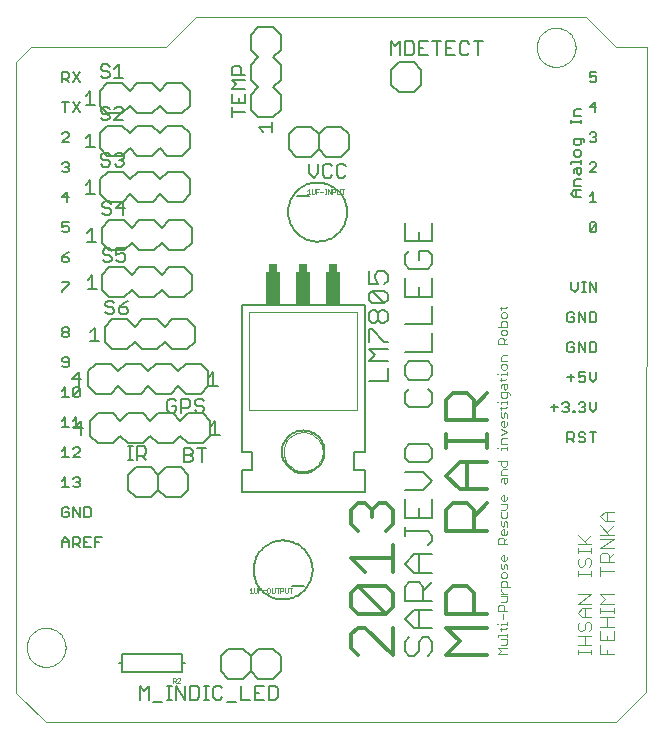
<source format=gto>
G75*
G70*
%OFA0B0*%
%FSLAX24Y24*%
%IPPOS*%
%LPD*%
%AMOC8*
5,1,8,0,0,1.08239X$1,22.5*
%
%ADD10C,0.0000*%
%ADD11C,0.0120*%
%ADD12C,0.0020*%
%ADD13C,0.0040*%
%ADD14C,0.0080*%
%ADD15C,0.0060*%
%ADD16C,0.0050*%
%ADD17C,0.0010*%
%ADD18C,0.0070*%
%ADD19R,0.0300X0.0250*%
%ADD20R,0.0500X0.1100*%
D10*
X000500Y007222D02*
X001500Y006252D01*
X020500Y006252D01*
X021500Y007252D01*
X021520Y028748D01*
X020504Y028748D01*
X019500Y029752D01*
X006500Y029752D01*
X005500Y028752D01*
X001000Y028752D01*
X000490Y028248D01*
X000500Y007222D01*
X000850Y008752D02*
X000852Y008802D01*
X000858Y008852D01*
X000868Y008902D01*
X000881Y008950D01*
X000898Y008998D01*
X000919Y009044D01*
X000943Y009088D01*
X000971Y009130D01*
X001002Y009170D01*
X001036Y009207D01*
X001073Y009242D01*
X001112Y009273D01*
X001153Y009302D01*
X001197Y009327D01*
X001243Y009349D01*
X001290Y009367D01*
X001338Y009381D01*
X001387Y009392D01*
X001437Y009399D01*
X001487Y009402D01*
X001538Y009401D01*
X001588Y009396D01*
X001638Y009387D01*
X001686Y009375D01*
X001734Y009358D01*
X001780Y009338D01*
X001825Y009315D01*
X001868Y009288D01*
X001908Y009258D01*
X001946Y009225D01*
X001981Y009189D01*
X002014Y009150D01*
X002043Y009109D01*
X002069Y009066D01*
X002092Y009021D01*
X002111Y008974D01*
X002126Y008926D01*
X002138Y008877D01*
X002146Y008827D01*
X002150Y008777D01*
X002150Y008727D01*
X002146Y008677D01*
X002138Y008627D01*
X002126Y008578D01*
X002111Y008530D01*
X002092Y008483D01*
X002069Y008438D01*
X002043Y008395D01*
X002014Y008354D01*
X001981Y008315D01*
X001946Y008279D01*
X001908Y008246D01*
X001868Y008216D01*
X001825Y008189D01*
X001780Y008166D01*
X001734Y008146D01*
X001686Y008129D01*
X001638Y008117D01*
X001588Y008108D01*
X001538Y008103D01*
X001487Y008102D01*
X001437Y008105D01*
X001387Y008112D01*
X001338Y008123D01*
X001290Y008137D01*
X001243Y008155D01*
X001197Y008177D01*
X001153Y008202D01*
X001112Y008231D01*
X001073Y008262D01*
X001036Y008297D01*
X001002Y008334D01*
X000971Y008374D01*
X000943Y008416D01*
X000919Y008460D01*
X000898Y008506D01*
X000881Y008554D01*
X000868Y008602D01*
X000858Y008652D01*
X000852Y008702D01*
X000850Y008752D01*
X009420Y015272D02*
X009422Y015322D01*
X009428Y015372D01*
X009438Y015422D01*
X009451Y015470D01*
X009468Y015518D01*
X009489Y015564D01*
X009513Y015608D01*
X009541Y015650D01*
X009572Y015690D01*
X009606Y015727D01*
X009643Y015762D01*
X009682Y015793D01*
X009723Y015822D01*
X009767Y015847D01*
X009813Y015869D01*
X009860Y015887D01*
X009908Y015901D01*
X009957Y015912D01*
X010007Y015919D01*
X010057Y015922D01*
X010108Y015921D01*
X010158Y015916D01*
X010208Y015907D01*
X010256Y015895D01*
X010304Y015878D01*
X010350Y015858D01*
X010395Y015835D01*
X010438Y015808D01*
X010478Y015778D01*
X010516Y015745D01*
X010551Y015709D01*
X010584Y015670D01*
X010613Y015629D01*
X010639Y015586D01*
X010662Y015541D01*
X010681Y015494D01*
X010696Y015446D01*
X010708Y015397D01*
X010716Y015347D01*
X010720Y015297D01*
X010720Y015247D01*
X010716Y015197D01*
X010708Y015147D01*
X010696Y015098D01*
X010681Y015050D01*
X010662Y015003D01*
X010639Y014958D01*
X010613Y014915D01*
X010584Y014874D01*
X010551Y014835D01*
X010516Y014799D01*
X010478Y014766D01*
X010438Y014736D01*
X010395Y014709D01*
X010350Y014686D01*
X010304Y014666D01*
X010256Y014649D01*
X010208Y014637D01*
X010158Y014628D01*
X010108Y014623D01*
X010057Y014622D01*
X010007Y014625D01*
X009957Y014632D01*
X009908Y014643D01*
X009860Y014657D01*
X009813Y014675D01*
X009767Y014697D01*
X009723Y014722D01*
X009682Y014751D01*
X009643Y014782D01*
X009606Y014817D01*
X009572Y014854D01*
X009541Y014894D01*
X009513Y014936D01*
X009489Y014980D01*
X009468Y015026D01*
X009451Y015074D01*
X009438Y015122D01*
X009428Y015172D01*
X009422Y015222D01*
X009420Y015272D01*
X017850Y028752D02*
X017852Y028802D01*
X017858Y028852D01*
X017868Y028902D01*
X017881Y028950D01*
X017898Y028998D01*
X017919Y029044D01*
X017943Y029088D01*
X017971Y029130D01*
X018002Y029170D01*
X018036Y029207D01*
X018073Y029242D01*
X018112Y029273D01*
X018153Y029302D01*
X018197Y029327D01*
X018243Y029349D01*
X018290Y029367D01*
X018338Y029381D01*
X018387Y029392D01*
X018437Y029399D01*
X018487Y029402D01*
X018538Y029401D01*
X018588Y029396D01*
X018638Y029387D01*
X018686Y029375D01*
X018734Y029358D01*
X018780Y029338D01*
X018825Y029315D01*
X018868Y029288D01*
X018908Y029258D01*
X018946Y029225D01*
X018981Y029189D01*
X019014Y029150D01*
X019043Y029109D01*
X019069Y029066D01*
X019092Y029021D01*
X019111Y028974D01*
X019126Y028926D01*
X019138Y028877D01*
X019146Y028827D01*
X019150Y028777D01*
X019150Y028727D01*
X019146Y028677D01*
X019138Y028627D01*
X019126Y028578D01*
X019111Y028530D01*
X019092Y028483D01*
X019069Y028438D01*
X019043Y028395D01*
X019014Y028354D01*
X018981Y028315D01*
X018946Y028279D01*
X018908Y028246D01*
X018868Y028216D01*
X018825Y028189D01*
X018780Y028166D01*
X018734Y028146D01*
X018686Y028129D01*
X018638Y028117D01*
X018588Y028108D01*
X018538Y028103D01*
X018487Y028102D01*
X018437Y028105D01*
X018387Y028112D01*
X018338Y028123D01*
X018290Y028137D01*
X018243Y028155D01*
X018197Y028177D01*
X018153Y028202D01*
X018112Y028231D01*
X018073Y028262D01*
X018036Y028297D01*
X018002Y028334D01*
X017971Y028374D01*
X017943Y028416D01*
X017919Y028460D01*
X017898Y028506D01*
X017881Y028554D01*
X017868Y028602D01*
X017858Y028652D01*
X017852Y028702D01*
X017850Y028752D01*
D11*
X016210Y017240D02*
X015750Y016779D01*
X015750Y017010D02*
X015750Y016319D01*
X016210Y016319D02*
X014829Y016319D01*
X014829Y017010D01*
X015059Y017240D01*
X015519Y017240D01*
X015750Y017010D01*
X016210Y015859D02*
X016210Y015398D01*
X016210Y015628D02*
X014829Y015628D01*
X014829Y015398D02*
X014829Y015859D01*
X015289Y014938D02*
X016210Y014938D01*
X015519Y014938D02*
X015519Y014017D01*
X015289Y014017D02*
X014829Y014477D01*
X015289Y014938D01*
X015289Y014017D02*
X016210Y014017D01*
X016210Y013557D02*
X015750Y013096D01*
X015750Y013326D02*
X015750Y012636D01*
X016210Y012636D02*
X014829Y012636D01*
X014829Y013326D01*
X015059Y013557D01*
X015519Y013557D01*
X015750Y013326D01*
X015519Y010794D02*
X015059Y010794D01*
X014829Y010564D01*
X014829Y009874D01*
X016210Y009874D01*
X015750Y009874D02*
X015750Y010564D01*
X015519Y010794D01*
X014829Y009413D02*
X016210Y009413D01*
X016210Y008492D02*
X014829Y008492D01*
X015289Y008953D01*
X014829Y009413D01*
X013060Y009413D02*
X013060Y008492D01*
X012139Y009413D01*
X011909Y009413D01*
X011679Y009183D01*
X011679Y008723D01*
X011909Y008492D01*
X011909Y009874D02*
X011679Y010104D01*
X011679Y010564D01*
X011909Y010794D01*
X012830Y009874D01*
X013060Y010104D01*
X013060Y010564D01*
X012830Y010794D01*
X011909Y010794D01*
X012139Y011255D02*
X011679Y011715D01*
X013060Y011715D01*
X013060Y011255D02*
X013060Y012176D01*
X012830Y012636D02*
X013060Y012866D01*
X013060Y013326D01*
X012830Y013557D01*
X012600Y013557D01*
X012369Y013326D01*
X012369Y013096D01*
X012369Y013326D02*
X012139Y013557D01*
X011909Y013557D01*
X011679Y013326D01*
X011679Y012866D01*
X011909Y012636D01*
X011909Y009874D02*
X012830Y009874D01*
D12*
X016521Y009542D02*
X016570Y009542D01*
X016667Y009542D02*
X016860Y009542D01*
X016860Y009494D02*
X016860Y009591D01*
X016715Y009684D02*
X016715Y009878D01*
X016763Y009970D02*
X016763Y010115D01*
X016715Y010163D01*
X016618Y010163D01*
X016570Y010115D01*
X016570Y009970D01*
X016860Y009970D01*
X016812Y010255D02*
X016667Y010255D01*
X016812Y010255D02*
X016860Y010303D01*
X016860Y010449D01*
X016667Y010449D01*
X016667Y010540D02*
X016860Y010540D01*
X016763Y010540D02*
X016667Y010637D01*
X016667Y010686D01*
X016667Y010778D02*
X016667Y010923D01*
X016715Y010972D01*
X016812Y010972D01*
X016860Y010923D01*
X016860Y010778D01*
X016957Y010778D02*
X016667Y010778D01*
X016715Y011064D02*
X016667Y011112D01*
X016667Y011209D01*
X016715Y011257D01*
X016812Y011257D01*
X016860Y011209D01*
X016860Y011112D01*
X016812Y011064D01*
X016715Y011064D01*
X016715Y011349D02*
X016667Y011398D01*
X016667Y011543D01*
X016715Y011635D02*
X016667Y011683D01*
X016667Y011780D01*
X016715Y011828D01*
X016763Y011828D01*
X016763Y011635D01*
X016715Y011635D02*
X016812Y011635D01*
X016860Y011683D01*
X016860Y011780D01*
X016812Y011543D02*
X016763Y011494D01*
X016763Y011398D01*
X016715Y011349D01*
X016860Y011349D02*
X016860Y011494D01*
X016812Y011543D01*
X016860Y012206D02*
X016570Y012206D01*
X016570Y012351D01*
X016618Y012399D01*
X016715Y012399D01*
X016763Y012351D01*
X016763Y012206D01*
X016763Y012302D02*
X016860Y012399D01*
X016812Y012491D02*
X016715Y012491D01*
X016667Y012539D01*
X016667Y012636D01*
X016715Y012684D01*
X016763Y012684D01*
X016763Y012491D01*
X016812Y012491D02*
X016860Y012539D01*
X016860Y012636D01*
X016860Y012776D02*
X016860Y012922D01*
X016812Y012970D01*
X016763Y012922D01*
X016763Y012825D01*
X016715Y012776D01*
X016667Y012825D01*
X016667Y012970D01*
X016715Y013062D02*
X016667Y013110D01*
X016667Y013255D01*
X016667Y013347D02*
X016812Y013347D01*
X016860Y013396D01*
X016860Y013541D01*
X016667Y013541D01*
X016715Y013633D02*
X016667Y013681D01*
X016667Y013778D01*
X016715Y013826D01*
X016763Y013826D01*
X016763Y013633D01*
X016715Y013633D02*
X016812Y013633D01*
X016860Y013681D01*
X016860Y013778D01*
X016812Y014204D02*
X016763Y014252D01*
X016763Y014397D01*
X016715Y014397D02*
X016860Y014397D01*
X016860Y014252D01*
X016812Y014204D01*
X016667Y014252D02*
X016667Y014349D01*
X016715Y014397D01*
X016667Y014489D02*
X016860Y014489D01*
X016667Y014489D02*
X016667Y014634D01*
X016715Y014683D01*
X016860Y014683D01*
X016812Y014775D02*
X016715Y014775D01*
X016667Y014823D01*
X016667Y014968D01*
X016570Y014968D02*
X016860Y014968D01*
X016860Y014823D01*
X016812Y014775D01*
X016860Y015345D02*
X016860Y015442D01*
X016860Y015394D02*
X016667Y015394D01*
X016667Y015345D01*
X016570Y015394D02*
X016521Y015394D01*
X016667Y015536D02*
X016667Y015681D01*
X016715Y015729D01*
X016860Y015729D01*
X016860Y015918D02*
X016667Y016015D01*
X016715Y016107D02*
X016667Y016155D01*
X016667Y016252D01*
X016715Y016300D01*
X016763Y016300D01*
X016763Y016107D01*
X016715Y016107D02*
X016812Y016107D01*
X016860Y016155D01*
X016860Y016252D01*
X016860Y016392D02*
X016860Y016537D01*
X016812Y016586D01*
X016763Y016537D01*
X016763Y016440D01*
X016715Y016392D01*
X016667Y016440D01*
X016667Y016586D01*
X016667Y016677D02*
X016667Y016774D01*
X016618Y016726D02*
X016812Y016726D01*
X016860Y016774D01*
X016860Y016868D02*
X016860Y016965D01*
X016860Y016916D02*
X016667Y016916D01*
X016667Y016868D01*
X016570Y016916D02*
X016521Y016916D01*
X016667Y017106D02*
X016715Y017058D01*
X016812Y017058D01*
X016860Y017106D01*
X016860Y017252D01*
X016908Y017252D02*
X016667Y017252D01*
X016667Y017106D01*
X016812Y017344D02*
X016763Y017392D01*
X016763Y017537D01*
X016715Y017537D02*
X016860Y017537D01*
X016860Y017392D01*
X016812Y017344D01*
X016908Y017252D02*
X016957Y017203D01*
X016957Y017155D01*
X016667Y017489D02*
X016715Y017537D01*
X016667Y017489D02*
X016667Y017392D01*
X016667Y017629D02*
X016667Y017726D01*
X016618Y017677D02*
X016812Y017677D01*
X016860Y017726D01*
X016860Y017819D02*
X016860Y017916D01*
X016860Y017868D02*
X016667Y017868D01*
X016667Y017819D01*
X016570Y017868D02*
X016521Y017868D01*
X016667Y018058D02*
X016715Y018010D01*
X016812Y018010D01*
X016860Y018058D01*
X016860Y018155D01*
X016812Y018203D01*
X016715Y018203D01*
X016667Y018155D01*
X016667Y018058D01*
X016667Y018295D02*
X016667Y018440D01*
X016715Y018488D01*
X016860Y018488D01*
X016860Y018295D02*
X016667Y018295D01*
X016763Y018866D02*
X016763Y019011D01*
X016715Y019059D01*
X016618Y019059D01*
X016570Y019011D01*
X016570Y018866D01*
X016860Y018866D01*
X016763Y018963D02*
X016860Y019059D01*
X016812Y019151D02*
X016860Y019200D01*
X016860Y019296D01*
X016812Y019345D01*
X016715Y019345D01*
X016667Y019296D01*
X016667Y019200D01*
X016715Y019151D01*
X016812Y019151D01*
X016860Y019437D02*
X016570Y019437D01*
X016667Y019437D02*
X016667Y019582D01*
X016715Y019630D01*
X016812Y019630D01*
X016860Y019582D01*
X016860Y019437D01*
X016812Y019722D02*
X016860Y019771D01*
X016860Y019867D01*
X016812Y019916D01*
X016715Y019916D01*
X016667Y019867D01*
X016667Y019771D01*
X016715Y019722D01*
X016812Y019722D01*
X016667Y020008D02*
X016667Y020104D01*
X016618Y020056D02*
X016812Y020056D01*
X016860Y020104D01*
X016860Y015918D02*
X016667Y015821D01*
X016667Y015536D02*
X016860Y015536D01*
X016860Y013255D02*
X016860Y013110D01*
X016812Y013062D01*
X016715Y013062D01*
X016667Y009542D02*
X016667Y009494D01*
X016667Y009400D02*
X016667Y009304D01*
X016618Y009352D02*
X016812Y009352D01*
X016860Y009400D01*
X016860Y009210D02*
X016860Y009113D01*
X016860Y009162D02*
X016570Y009162D01*
X016570Y009113D01*
X016667Y009021D02*
X016860Y009021D01*
X016860Y008876D01*
X016812Y008828D01*
X016667Y008828D01*
X016570Y008736D02*
X016860Y008736D01*
X016860Y008542D02*
X016570Y008542D01*
X016667Y008639D01*
X016570Y008736D01*
X011870Y016672D02*
X011870Y019922D01*
X008270Y019922D01*
X008270Y016672D01*
X011870Y016672D01*
D13*
X019220Y012512D02*
X019527Y012206D01*
X019450Y012282D02*
X019680Y012512D01*
X019970Y012512D02*
X020430Y012512D01*
X020430Y012359D02*
X019970Y012359D01*
X019970Y012052D02*
X020430Y012359D01*
X020277Y012512D02*
X019970Y012819D01*
X020123Y012973D02*
X019970Y013126D01*
X020123Y013280D01*
X020430Y013280D01*
X020200Y013280D02*
X020200Y012973D01*
X020123Y012973D02*
X020430Y012973D01*
X020430Y012819D02*
X020200Y012589D01*
X020430Y012052D02*
X019970Y012052D01*
X020046Y011899D02*
X019970Y011822D01*
X019970Y011592D01*
X020430Y011592D01*
X020277Y011592D02*
X020277Y011822D01*
X020200Y011899D01*
X020046Y011899D01*
X020277Y011745D02*
X020430Y011899D01*
X020430Y011285D02*
X019970Y011285D01*
X019970Y011438D02*
X019970Y011131D01*
X019680Y011131D02*
X019680Y011285D01*
X019680Y011208D02*
X019220Y011208D01*
X019220Y011131D02*
X019220Y011285D01*
X019296Y011438D02*
X019373Y011438D01*
X019450Y011515D01*
X019450Y011668D01*
X019527Y011745D01*
X019603Y011745D01*
X019680Y011668D01*
X019680Y011515D01*
X019603Y011438D01*
X019680Y011899D02*
X019680Y012052D01*
X019680Y011975D02*
X019220Y011975D01*
X019220Y011899D02*
X019220Y012052D01*
X019220Y012206D02*
X019680Y012206D01*
X019296Y011745D02*
X019220Y011668D01*
X019220Y011515D01*
X019296Y011438D01*
X019220Y010517D02*
X019680Y010517D01*
X019220Y010210D01*
X019680Y010210D01*
X019680Y010057D02*
X019373Y010057D01*
X019220Y009904D01*
X019373Y009750D01*
X019680Y009750D01*
X019603Y009597D02*
X019680Y009520D01*
X019680Y009366D01*
X019603Y009290D01*
X019450Y009366D02*
X019450Y009520D01*
X019527Y009597D01*
X019603Y009597D01*
X019450Y009750D02*
X019450Y010057D01*
X019296Y009597D02*
X019220Y009520D01*
X019220Y009366D01*
X019296Y009290D01*
X019373Y009290D01*
X019450Y009366D01*
X019450Y009136D02*
X019450Y008829D01*
X019680Y008829D02*
X019220Y008829D01*
X019220Y008676D02*
X019220Y008522D01*
X019220Y008599D02*
X019680Y008599D01*
X019680Y008522D02*
X019680Y008676D01*
X019970Y008829D02*
X019970Y008522D01*
X020430Y008522D01*
X020200Y008522D02*
X020200Y008676D01*
X020200Y008983D02*
X020200Y009136D01*
X020430Y008983D02*
X020430Y009290D01*
X020430Y009443D02*
X019970Y009443D01*
X019970Y009290D02*
X019970Y008983D01*
X020430Y008983D01*
X020200Y009443D02*
X020200Y009750D01*
X019970Y009750D02*
X020430Y009750D01*
X020430Y009904D02*
X020430Y010057D01*
X020430Y009980D02*
X019970Y009980D01*
X019970Y009904D02*
X019970Y010057D01*
X019970Y010210D02*
X020123Y010364D01*
X019970Y010517D01*
X020430Y010517D01*
X020430Y010210D02*
X019970Y010210D01*
X019680Y009136D02*
X019220Y009136D01*
D14*
X014380Y008933D02*
X014380Y008626D01*
X014227Y008472D01*
X013920Y008626D02*
X013920Y008933D01*
X014073Y009086D01*
X014227Y009086D01*
X014380Y008933D01*
X014380Y009393D02*
X013766Y009393D01*
X013459Y009700D01*
X013766Y010007D01*
X014380Y010007D01*
X014380Y010314D02*
X013459Y010314D01*
X013459Y010774D01*
X013613Y010928D01*
X013920Y010928D01*
X014073Y010774D01*
X014073Y010314D01*
X014073Y010621D02*
X014380Y010928D01*
X014380Y011235D02*
X013766Y011235D01*
X013459Y011542D01*
X013766Y011849D01*
X014380Y011849D01*
X014227Y012156D02*
X014380Y012309D01*
X014380Y012462D01*
X014227Y012616D01*
X013459Y012616D01*
X013459Y012769D02*
X013459Y012462D01*
X013459Y013076D02*
X014380Y013076D01*
X014380Y013690D01*
X014073Y013997D02*
X014380Y014304D01*
X014073Y014611D01*
X013459Y014611D01*
X013613Y014918D02*
X014227Y014918D01*
X014380Y015071D01*
X014380Y015378D01*
X014227Y015532D01*
X013613Y015532D01*
X013459Y015378D01*
X013459Y015071D01*
X013613Y014918D01*
X013459Y013997D02*
X014073Y013997D01*
X013920Y013383D02*
X013920Y013076D01*
X013459Y013076D02*
X013459Y013690D01*
X013920Y011849D02*
X013920Y011235D01*
X013920Y010007D02*
X013920Y009393D01*
X013613Y009086D02*
X013459Y008933D01*
X013459Y008626D01*
X013613Y008472D01*
X013766Y008472D01*
X013920Y008626D01*
X010100Y010782D02*
X009700Y010782D01*
X008416Y011332D02*
X008418Y011394D01*
X008424Y011457D01*
X008434Y011518D01*
X008448Y011579D01*
X008465Y011639D01*
X008486Y011698D01*
X008512Y011755D01*
X008540Y011810D01*
X008572Y011864D01*
X008608Y011915D01*
X008646Y011965D01*
X008688Y012011D01*
X008732Y012055D01*
X008780Y012096D01*
X008829Y012134D01*
X008881Y012168D01*
X008935Y012199D01*
X008991Y012227D01*
X009049Y012251D01*
X009108Y012272D01*
X009168Y012288D01*
X009229Y012301D01*
X009291Y012310D01*
X009353Y012315D01*
X009416Y012316D01*
X009478Y012313D01*
X009540Y012306D01*
X009602Y012295D01*
X009662Y012280D01*
X009722Y012262D01*
X009780Y012240D01*
X009837Y012214D01*
X009892Y012184D01*
X009945Y012151D01*
X009996Y012115D01*
X010044Y012076D01*
X010090Y012033D01*
X010133Y011988D01*
X010173Y011940D01*
X010210Y011890D01*
X010244Y011837D01*
X010275Y011783D01*
X010301Y011727D01*
X010325Y011669D01*
X010344Y011609D01*
X010360Y011549D01*
X010372Y011487D01*
X010380Y011426D01*
X010384Y011363D01*
X010384Y011301D01*
X010380Y011238D01*
X010372Y011177D01*
X010360Y011115D01*
X010344Y011055D01*
X010325Y010995D01*
X010301Y010937D01*
X010275Y010881D01*
X010244Y010827D01*
X010210Y010774D01*
X010173Y010724D01*
X010133Y010676D01*
X010090Y010631D01*
X010044Y010588D01*
X009996Y010549D01*
X009945Y010513D01*
X009892Y010480D01*
X009837Y010450D01*
X009780Y010424D01*
X009722Y010402D01*
X009662Y010384D01*
X009602Y010369D01*
X009540Y010358D01*
X009478Y010351D01*
X009416Y010348D01*
X009353Y010349D01*
X009291Y010354D01*
X009229Y010363D01*
X009168Y010376D01*
X009108Y010392D01*
X009049Y010413D01*
X008991Y010437D01*
X008935Y010465D01*
X008881Y010496D01*
X008829Y010530D01*
X008780Y010568D01*
X008732Y010609D01*
X008688Y010653D01*
X008646Y010699D01*
X008608Y010749D01*
X008572Y010800D01*
X008540Y010854D01*
X008512Y010909D01*
X008486Y010966D01*
X008465Y011025D01*
X008448Y011085D01*
X008434Y011146D01*
X008424Y011207D01*
X008418Y011270D01*
X008416Y011332D01*
X006020Y008522D02*
X006020Y008222D01*
X006120Y008222D01*
X006020Y008222D02*
X006020Y007922D01*
X004020Y007922D01*
X004020Y008222D01*
X003920Y008222D01*
X004020Y008222D02*
X004020Y008522D01*
X006020Y008522D01*
X013613Y016759D02*
X013459Y016913D01*
X013459Y017220D01*
X013613Y017373D01*
X013613Y017680D02*
X013459Y017834D01*
X013459Y018141D01*
X013613Y018294D01*
X014227Y018294D01*
X014380Y018141D01*
X014380Y017834D01*
X014227Y017680D01*
X013613Y017680D01*
X014227Y017373D02*
X014380Y017220D01*
X014380Y016913D01*
X014227Y016759D01*
X013613Y016759D01*
X013459Y018601D02*
X014380Y018601D01*
X014380Y019215D01*
X014380Y019522D02*
X014380Y020136D01*
X014380Y020443D02*
X014380Y021056D01*
X014227Y021363D02*
X014380Y021517D01*
X014380Y021824D01*
X014227Y021977D01*
X013920Y021977D01*
X013920Y021670D01*
X013613Y021363D02*
X014227Y021363D01*
X013613Y021363D02*
X013459Y021517D01*
X013459Y021824D01*
X013613Y021977D01*
X013459Y022284D02*
X014380Y022284D01*
X014380Y022898D01*
X013920Y022591D02*
X013920Y022284D01*
X013459Y022284D02*
X013459Y022898D01*
X013459Y021056D02*
X013459Y020443D01*
X014380Y020443D01*
X013920Y020443D02*
X013920Y020750D01*
X013459Y019522D02*
X014380Y019522D01*
X009566Y023262D02*
X009568Y023324D01*
X009574Y023387D01*
X009584Y023448D01*
X009598Y023509D01*
X009615Y023569D01*
X009636Y023628D01*
X009662Y023685D01*
X009690Y023740D01*
X009722Y023794D01*
X009758Y023845D01*
X009796Y023895D01*
X009838Y023941D01*
X009882Y023985D01*
X009930Y024026D01*
X009979Y024064D01*
X010031Y024098D01*
X010085Y024129D01*
X010141Y024157D01*
X010199Y024181D01*
X010258Y024202D01*
X010318Y024218D01*
X010379Y024231D01*
X010441Y024240D01*
X010503Y024245D01*
X010566Y024246D01*
X010628Y024243D01*
X010690Y024236D01*
X010752Y024225D01*
X010812Y024210D01*
X010872Y024192D01*
X010930Y024170D01*
X010987Y024144D01*
X011042Y024114D01*
X011095Y024081D01*
X011146Y024045D01*
X011194Y024006D01*
X011240Y023963D01*
X011283Y023918D01*
X011323Y023870D01*
X011360Y023820D01*
X011394Y023767D01*
X011425Y023713D01*
X011451Y023657D01*
X011475Y023599D01*
X011494Y023539D01*
X011510Y023479D01*
X011522Y023417D01*
X011530Y023356D01*
X011534Y023293D01*
X011534Y023231D01*
X011530Y023168D01*
X011522Y023107D01*
X011510Y023045D01*
X011494Y022985D01*
X011475Y022925D01*
X011451Y022867D01*
X011425Y022811D01*
X011394Y022757D01*
X011360Y022704D01*
X011323Y022654D01*
X011283Y022606D01*
X011240Y022561D01*
X011194Y022518D01*
X011146Y022479D01*
X011095Y022443D01*
X011042Y022410D01*
X010987Y022380D01*
X010930Y022354D01*
X010872Y022332D01*
X010812Y022314D01*
X010752Y022299D01*
X010690Y022288D01*
X010628Y022281D01*
X010566Y022278D01*
X010503Y022279D01*
X010441Y022284D01*
X010379Y022293D01*
X010318Y022306D01*
X010258Y022322D01*
X010199Y022343D01*
X010141Y022367D01*
X010085Y022395D01*
X010031Y022426D01*
X009979Y022460D01*
X009930Y022498D01*
X009882Y022539D01*
X009838Y022583D01*
X009796Y022629D01*
X009758Y022679D01*
X009722Y022730D01*
X009690Y022784D01*
X009662Y022839D01*
X009636Y022896D01*
X009615Y022955D01*
X009598Y023015D01*
X009584Y023076D01*
X009574Y023137D01*
X009568Y023200D01*
X009566Y023262D01*
X009850Y023812D02*
X010250Y023812D01*
D15*
X010340Y025102D02*
X009840Y025102D01*
X009590Y025352D01*
X009590Y025852D01*
X009840Y026102D01*
X010340Y026102D01*
X010590Y025852D01*
X010840Y026102D01*
X011340Y026102D01*
X011590Y025852D01*
X011590Y025352D01*
X011340Y025102D01*
X010840Y025102D01*
X010590Y025352D01*
X010340Y025102D01*
X010590Y025352D02*
X010590Y025852D01*
X009320Y026672D02*
X009320Y027172D01*
X009070Y027422D01*
X009320Y027672D01*
X009320Y028172D01*
X009070Y028422D01*
X009320Y028672D01*
X009320Y029172D01*
X009070Y029422D01*
X008570Y029422D01*
X008320Y029172D01*
X008320Y028672D01*
X008570Y028422D01*
X008320Y028172D01*
X008320Y027672D01*
X008570Y027422D01*
X008320Y027172D01*
X008320Y026672D01*
X008570Y026422D01*
X009070Y026422D01*
X009320Y026672D01*
X006290Y026812D02*
X006290Y027312D01*
X006040Y027562D01*
X005540Y027562D01*
X005290Y027312D01*
X005040Y027562D01*
X004540Y027562D01*
X004290Y027312D01*
X004040Y027562D01*
X003540Y027562D01*
X003290Y027312D01*
X003290Y026812D01*
X003540Y026562D01*
X004040Y026562D01*
X004290Y026812D01*
X004540Y026562D01*
X005040Y026562D01*
X005290Y026812D01*
X005540Y026562D01*
X006040Y026562D01*
X006290Y026812D01*
X006040Y026142D02*
X006290Y025892D01*
X006290Y025392D01*
X006040Y025142D01*
X005540Y025142D01*
X005290Y025392D01*
X005040Y025142D01*
X004540Y025142D01*
X004290Y025392D01*
X004040Y025142D01*
X003540Y025142D01*
X003290Y025392D01*
X003290Y025892D01*
X003540Y026142D01*
X004040Y026142D01*
X004290Y025892D01*
X004540Y026142D01*
X005040Y026142D01*
X005290Y025892D01*
X005540Y026142D01*
X006040Y026142D01*
X006050Y024602D02*
X005550Y024602D01*
X005300Y024352D01*
X005050Y024602D01*
X004550Y024602D01*
X004300Y024352D01*
X004050Y024602D01*
X003550Y024602D01*
X003300Y024352D01*
X003300Y023852D01*
X003550Y023602D01*
X004050Y023602D01*
X004300Y023852D01*
X004550Y023602D01*
X005050Y023602D01*
X005300Y023852D01*
X005550Y023602D01*
X006050Y023602D01*
X006300Y023852D01*
X006300Y024352D01*
X006050Y024602D01*
X006100Y022992D02*
X005600Y022992D01*
X005350Y022742D01*
X005100Y022992D01*
X004600Y022992D01*
X004350Y022742D01*
X004100Y022992D01*
X003600Y022992D01*
X003350Y022742D01*
X003350Y022242D01*
X003600Y021992D01*
X004100Y021992D01*
X004350Y022242D01*
X004600Y021992D01*
X005100Y021992D01*
X005350Y022242D01*
X005600Y021992D01*
X006100Y021992D01*
X006350Y022242D01*
X006350Y022742D01*
X006100Y022992D01*
X006110Y021422D02*
X005610Y021422D01*
X005360Y021172D01*
X005110Y021422D01*
X004610Y021422D01*
X004360Y021172D01*
X004110Y021422D01*
X003610Y021422D01*
X003360Y021172D01*
X003360Y020672D01*
X003610Y020422D01*
X004110Y020422D01*
X004360Y020672D01*
X004610Y020422D01*
X005110Y020422D01*
X005360Y020672D01*
X005610Y020422D01*
X006110Y020422D01*
X006360Y020672D01*
X006360Y021172D01*
X006110Y021422D01*
X006200Y019682D02*
X005700Y019682D01*
X005450Y019432D01*
X005200Y019682D01*
X004700Y019682D01*
X004450Y019432D01*
X004200Y019682D01*
X003700Y019682D01*
X003450Y019432D01*
X003450Y018932D01*
X003700Y018682D01*
X004200Y018682D01*
X004450Y018932D01*
X004700Y018682D01*
X005200Y018682D01*
X005450Y018932D01*
X005700Y018682D01*
X006200Y018682D01*
X006450Y018932D01*
X006450Y019432D01*
X006200Y019682D01*
X006150Y018202D02*
X005900Y017952D01*
X005650Y018202D01*
X005150Y018202D01*
X004900Y017952D01*
X004650Y018202D01*
X004150Y018202D01*
X003900Y017952D01*
X003650Y018202D01*
X003150Y018202D01*
X002900Y017952D01*
X002900Y017452D01*
X003150Y017202D01*
X003650Y017202D01*
X003900Y017452D01*
X004150Y017202D01*
X004650Y017202D01*
X004900Y017452D01*
X005150Y017202D01*
X005650Y017202D01*
X005900Y017452D01*
X006150Y017202D01*
X006650Y017202D01*
X006900Y017452D01*
X006900Y017952D01*
X006650Y018202D01*
X006150Y018202D01*
X006230Y016562D02*
X006730Y016562D01*
X006980Y016312D01*
X006980Y015812D01*
X006730Y015562D01*
X006230Y015562D01*
X005980Y015812D01*
X005730Y015562D01*
X005230Y015562D01*
X004980Y015812D01*
X004730Y015562D01*
X004230Y015562D01*
X003980Y015812D01*
X003730Y015562D01*
X003230Y015562D01*
X002980Y015812D01*
X002980Y016312D01*
X003230Y016562D01*
X003730Y016562D01*
X003980Y016312D01*
X004230Y016562D01*
X004730Y016562D01*
X004980Y016312D01*
X005230Y016562D01*
X005730Y016562D01*
X005980Y016312D01*
X006230Y016562D01*
X005990Y014752D02*
X005490Y014752D01*
X005240Y014502D01*
X005240Y014002D01*
X005490Y013752D01*
X005990Y013752D01*
X006240Y014002D01*
X006240Y014502D01*
X005990Y014752D01*
X005240Y014502D02*
X004990Y014752D01*
X004490Y014752D01*
X004240Y014502D01*
X004240Y014002D01*
X004490Y013752D01*
X004990Y013752D01*
X005240Y014002D01*
X003362Y012423D02*
X003135Y012423D01*
X003135Y012082D01*
X002993Y012082D02*
X002767Y012082D01*
X002767Y012423D01*
X002993Y012423D01*
X002880Y012253D02*
X002767Y012253D01*
X002625Y012253D02*
X002625Y012366D01*
X002568Y012423D01*
X002398Y012423D01*
X002398Y012082D01*
X002398Y012196D02*
X002568Y012196D01*
X002625Y012253D01*
X002512Y012196D02*
X002625Y012082D01*
X002257Y012082D02*
X002257Y012309D01*
X002143Y012423D01*
X002030Y012309D01*
X002030Y012082D01*
X002030Y012253D02*
X002257Y012253D01*
X002200Y013082D02*
X002257Y013139D01*
X002257Y013253D01*
X002143Y013253D01*
X002030Y013366D02*
X002030Y013139D01*
X002087Y013082D01*
X002200Y013082D01*
X002398Y013082D02*
X002398Y013423D01*
X002625Y013082D01*
X002625Y013423D01*
X002767Y013423D02*
X002767Y013082D01*
X002937Y013082D01*
X002993Y013139D01*
X002993Y013366D01*
X002937Y013423D01*
X002767Y013423D01*
X002257Y013366D02*
X002200Y013423D01*
X002087Y013423D01*
X002030Y013366D01*
X002030Y014082D02*
X002257Y014082D01*
X002143Y014082D02*
X002143Y014423D01*
X002030Y014309D01*
X002398Y014366D02*
X002455Y014423D01*
X002568Y014423D01*
X002625Y014366D01*
X002625Y014309D01*
X002568Y014253D01*
X002625Y014196D01*
X002625Y014139D01*
X002568Y014082D01*
X002455Y014082D01*
X002398Y014139D01*
X002512Y014253D02*
X002568Y014253D01*
X002625Y015082D02*
X002398Y015082D01*
X002625Y015309D01*
X002625Y015366D01*
X002568Y015423D01*
X002455Y015423D01*
X002398Y015366D01*
X002143Y015423D02*
X002143Y015082D01*
X002030Y015082D02*
X002257Y015082D01*
X002030Y015309D02*
X002143Y015423D01*
X002143Y016082D02*
X002143Y016423D01*
X002030Y016309D01*
X002030Y016082D02*
X002257Y016082D01*
X002398Y016082D02*
X002625Y016082D01*
X002512Y016082D02*
X002512Y016423D01*
X002398Y016309D01*
X002455Y017082D02*
X002398Y017139D01*
X002625Y017366D01*
X002625Y017139D01*
X002568Y017082D01*
X002455Y017082D01*
X002398Y017139D02*
X002398Y017366D01*
X002455Y017423D01*
X002568Y017423D01*
X002625Y017366D01*
X002257Y017082D02*
X002030Y017082D01*
X002143Y017082D02*
X002143Y017423D01*
X002030Y017309D01*
X002087Y018082D02*
X002200Y018082D01*
X002257Y018139D01*
X002257Y018366D01*
X002200Y018423D01*
X002087Y018423D01*
X002030Y018366D01*
X002030Y018309D01*
X002087Y018253D01*
X002257Y018253D01*
X002087Y018082D02*
X002030Y018139D01*
X002087Y019082D02*
X002030Y019139D01*
X002030Y019196D01*
X002087Y019253D01*
X002200Y019253D01*
X002257Y019196D01*
X002257Y019139D01*
X002200Y019082D01*
X002087Y019082D01*
X002087Y019253D02*
X002030Y019309D01*
X002030Y019366D01*
X002087Y019423D01*
X002200Y019423D01*
X002257Y019366D01*
X002257Y019309D01*
X002200Y019253D01*
X002030Y020582D02*
X002030Y020639D01*
X002257Y020866D01*
X002257Y020923D01*
X002030Y020923D01*
X002087Y021582D02*
X002200Y021582D01*
X002257Y021639D01*
X002257Y021696D01*
X002200Y021753D01*
X002030Y021753D01*
X002030Y021639D01*
X002087Y021582D01*
X002030Y021753D02*
X002143Y021866D01*
X002257Y021923D01*
X002200Y022582D02*
X002087Y022582D01*
X002030Y022639D01*
X002030Y022753D02*
X002143Y022809D01*
X002200Y022809D01*
X002257Y022753D01*
X002257Y022639D01*
X002200Y022582D01*
X002030Y022753D02*
X002030Y022923D01*
X002257Y022923D01*
X002200Y023582D02*
X002200Y023923D01*
X002030Y023753D01*
X002257Y023753D01*
X002200Y024582D02*
X002087Y024582D01*
X002030Y024639D01*
X002143Y024753D02*
X002200Y024753D01*
X002257Y024696D01*
X002257Y024639D01*
X002200Y024582D01*
X002200Y024753D02*
X002257Y024809D01*
X002257Y024866D01*
X002200Y024923D01*
X002087Y024923D01*
X002030Y024866D01*
X002030Y025582D02*
X002257Y025809D01*
X002257Y025866D01*
X002200Y025923D01*
X002087Y025923D01*
X002030Y025866D01*
X002030Y025582D02*
X002257Y025582D01*
X002143Y026582D02*
X002143Y026923D01*
X002030Y026923D02*
X002257Y026923D01*
X002398Y026923D02*
X002625Y026582D01*
X002398Y026582D02*
X002625Y026923D01*
X002625Y027582D02*
X002398Y027923D01*
X002257Y027866D02*
X002257Y027753D01*
X002200Y027696D01*
X002030Y027696D01*
X002143Y027696D02*
X002257Y027582D01*
X002398Y027582D02*
X002625Y027923D01*
X002257Y027866D02*
X002200Y027923D01*
X002030Y027923D01*
X002030Y027582D01*
X008020Y020172D02*
X008020Y015272D01*
X008370Y015272D01*
X008370Y014672D01*
X008020Y014672D01*
X008020Y013922D01*
X012120Y013922D01*
X012120Y014672D01*
X011770Y014672D01*
X011770Y015272D01*
X012120Y015272D01*
X012120Y020172D01*
X008020Y020172D01*
X009360Y015272D02*
X009362Y015325D01*
X009368Y015378D01*
X009378Y015430D01*
X009392Y015481D01*
X009409Y015531D01*
X009430Y015580D01*
X009455Y015627D01*
X009483Y015672D01*
X009515Y015715D01*
X009550Y015755D01*
X009587Y015792D01*
X009627Y015827D01*
X009670Y015859D01*
X009715Y015887D01*
X009762Y015912D01*
X009811Y015933D01*
X009861Y015950D01*
X009912Y015964D01*
X009964Y015974D01*
X010017Y015980D01*
X010070Y015982D01*
X010123Y015980D01*
X010176Y015974D01*
X010228Y015964D01*
X010279Y015950D01*
X010329Y015933D01*
X010378Y015912D01*
X010425Y015887D01*
X010470Y015859D01*
X010513Y015827D01*
X010553Y015792D01*
X010590Y015755D01*
X010625Y015715D01*
X010657Y015672D01*
X010685Y015627D01*
X010710Y015580D01*
X010731Y015531D01*
X010748Y015481D01*
X010762Y015430D01*
X010772Y015378D01*
X010778Y015325D01*
X010780Y015272D01*
X010778Y015219D01*
X010772Y015166D01*
X010762Y015114D01*
X010748Y015063D01*
X010731Y015013D01*
X010710Y014964D01*
X010685Y014917D01*
X010657Y014872D01*
X010625Y014829D01*
X010590Y014789D01*
X010553Y014752D01*
X010513Y014717D01*
X010470Y014685D01*
X010425Y014657D01*
X010378Y014632D01*
X010329Y014611D01*
X010279Y014594D01*
X010228Y014580D01*
X010176Y014570D01*
X010123Y014564D01*
X010070Y014562D01*
X010017Y014564D01*
X009964Y014570D01*
X009912Y014580D01*
X009861Y014594D01*
X009811Y014611D01*
X009762Y014632D01*
X009715Y014657D01*
X009670Y014685D01*
X009627Y014717D01*
X009587Y014752D01*
X009550Y014789D01*
X009515Y014829D01*
X009483Y014872D01*
X009455Y014917D01*
X009430Y014964D01*
X009409Y015013D01*
X009392Y015063D01*
X009378Y015114D01*
X009368Y015166D01*
X009362Y015219D01*
X009360Y015272D01*
X009070Y008702D02*
X008570Y008702D01*
X008320Y008452D01*
X008070Y008702D01*
X007570Y008702D01*
X007320Y008452D01*
X007320Y007952D01*
X007570Y007702D01*
X008070Y007702D01*
X008320Y007952D01*
X008320Y008452D01*
X008320Y007952D02*
X008570Y007702D01*
X009070Y007702D01*
X009320Y007952D01*
X009320Y008452D01*
X009070Y008702D01*
X003248Y012253D02*
X003135Y012253D01*
X013250Y027252D02*
X013000Y027502D01*
X013000Y028002D01*
X013250Y028252D01*
X013750Y028252D01*
X014000Y028002D01*
X014000Y027502D01*
X013750Y027252D01*
X013250Y027252D01*
X018937Y019923D02*
X018880Y019866D01*
X018880Y019639D01*
X018937Y019582D01*
X019050Y019582D01*
X019107Y019639D01*
X019107Y019753D01*
X018993Y019753D01*
X019107Y019866D02*
X019050Y019923D01*
X018937Y019923D01*
X019248Y019923D02*
X019248Y019582D01*
X019475Y019582D02*
X019248Y019923D01*
X019475Y019923D02*
X019475Y019582D01*
X019617Y019582D02*
X019617Y019923D01*
X019787Y019923D01*
X019844Y019866D01*
X019844Y019639D01*
X019787Y019582D01*
X019617Y019582D01*
X019617Y018923D02*
X019787Y018923D01*
X019844Y018866D01*
X019844Y018639D01*
X019787Y018582D01*
X019617Y018582D01*
X019617Y018923D01*
X019475Y018923D02*
X019475Y018582D01*
X019248Y018923D01*
X019248Y018582D01*
X019107Y018639D02*
X019107Y018753D01*
X018993Y018753D01*
X018880Y018866D02*
X018880Y018639D01*
X018937Y018582D01*
X019050Y018582D01*
X019107Y018639D01*
X019107Y018866D02*
X019050Y018923D01*
X018937Y018923D01*
X018880Y018866D01*
X018993Y017866D02*
X018993Y017639D01*
X018880Y017753D02*
X019107Y017753D01*
X019248Y017753D02*
X019362Y017809D01*
X019419Y017809D01*
X019475Y017753D01*
X019475Y017639D01*
X019419Y017582D01*
X019305Y017582D01*
X019248Y017639D01*
X019248Y017753D02*
X019248Y017923D01*
X019475Y017923D01*
X019617Y017923D02*
X019617Y017696D01*
X019730Y017582D01*
X019844Y017696D01*
X019844Y017923D01*
X019844Y016923D02*
X019844Y016696D01*
X019730Y016582D01*
X019617Y016696D01*
X019617Y016923D01*
X019475Y016866D02*
X019475Y016809D01*
X019419Y016753D01*
X019475Y016696D01*
X019475Y016639D01*
X019419Y016582D01*
X019305Y016582D01*
X019248Y016639D01*
X019121Y016639D02*
X019121Y016582D01*
X019064Y016582D01*
X019064Y016639D01*
X019121Y016639D01*
X018923Y016639D02*
X018866Y016582D01*
X018753Y016582D01*
X018696Y016639D01*
X018809Y016753D02*
X018866Y016753D01*
X018923Y016696D01*
X018923Y016639D01*
X018866Y016753D02*
X018923Y016809D01*
X018923Y016866D01*
X018866Y016923D01*
X018753Y016923D01*
X018696Y016866D01*
X018554Y016753D02*
X018328Y016753D01*
X018441Y016866D02*
X018441Y016639D01*
X018880Y015923D02*
X019050Y015923D01*
X019107Y015866D01*
X019107Y015753D01*
X019050Y015696D01*
X018880Y015696D01*
X018993Y015696D02*
X019107Y015582D01*
X019248Y015639D02*
X019305Y015582D01*
X019419Y015582D01*
X019475Y015639D01*
X019475Y015696D01*
X019419Y015753D01*
X019305Y015753D01*
X019248Y015809D01*
X019248Y015866D01*
X019305Y015923D01*
X019419Y015923D01*
X019475Y015866D01*
X019617Y015923D02*
X019844Y015923D01*
X019730Y015923D02*
X019730Y015582D01*
X018880Y015582D02*
X018880Y015923D01*
X019362Y016753D02*
X019419Y016753D01*
X019475Y016866D02*
X019419Y016923D01*
X019305Y016923D01*
X019248Y016866D01*
X019371Y020582D02*
X019485Y020582D01*
X019428Y020582D02*
X019428Y020923D01*
X019371Y020923D02*
X019485Y020923D01*
X019617Y020923D02*
X019617Y020582D01*
X019844Y020582D02*
X019617Y020923D01*
X019844Y020923D02*
X019844Y020582D01*
X019230Y020696D02*
X019230Y020923D01*
X019003Y020923D02*
X019003Y020696D01*
X019116Y020582D01*
X019230Y020696D01*
X019673Y022582D02*
X019617Y022639D01*
X019844Y022866D01*
X019844Y022639D01*
X019787Y022582D01*
X019673Y022582D01*
X019617Y022639D02*
X019617Y022866D01*
X019673Y022923D01*
X019787Y022923D01*
X019844Y022866D01*
X019844Y023582D02*
X019617Y023582D01*
X019730Y023582D02*
X019730Y023923D01*
X019617Y023809D01*
X019325Y023763D02*
X019098Y023763D01*
X018985Y023877D01*
X019098Y023990D01*
X019325Y023990D01*
X019325Y024131D02*
X019098Y024131D01*
X019098Y024302D01*
X019155Y024358D01*
X019325Y024358D01*
X019268Y024500D02*
X019212Y024556D01*
X019212Y024727D01*
X019155Y024727D02*
X019325Y024727D01*
X019325Y024556D01*
X019268Y024500D01*
X019098Y024556D02*
X019098Y024670D01*
X019155Y024727D01*
X019325Y024868D02*
X019325Y024981D01*
X019325Y024925D02*
X018985Y024925D01*
X018985Y024868D01*
X019155Y025114D02*
X019098Y025170D01*
X019098Y025284D01*
X019155Y025340D01*
X019268Y025340D01*
X019325Y025284D01*
X019325Y025170D01*
X019268Y025114D01*
X019155Y025114D01*
X019155Y025482D02*
X019098Y025539D01*
X019098Y025709D01*
X019382Y025709D01*
X019438Y025652D01*
X019438Y025595D01*
X019325Y025539D02*
X019325Y025709D01*
X019325Y025539D02*
X019268Y025482D01*
X019155Y025482D01*
X019617Y025639D02*
X019673Y025582D01*
X019787Y025582D01*
X019844Y025639D01*
X019844Y025696D01*
X019787Y025753D01*
X019730Y025753D01*
X019787Y025753D02*
X019844Y025809D01*
X019844Y025866D01*
X019787Y025923D01*
X019673Y025923D01*
X019617Y025866D01*
X019325Y026219D02*
X019325Y026332D01*
X019325Y026275D02*
X018985Y026275D01*
X018985Y026219D02*
X018985Y026332D01*
X019098Y026464D02*
X019098Y026634D01*
X019155Y026691D01*
X019325Y026691D01*
X019325Y026464D02*
X019098Y026464D01*
X019617Y026753D02*
X019844Y026753D01*
X019787Y026923D02*
X019787Y026582D01*
X019617Y026753D02*
X019787Y026923D01*
X019787Y027582D02*
X019673Y027582D01*
X019617Y027639D01*
X019617Y027753D02*
X019730Y027809D01*
X019787Y027809D01*
X019844Y027753D01*
X019844Y027639D01*
X019787Y027582D01*
X019617Y027753D02*
X019617Y027923D01*
X019844Y027923D01*
X019787Y024923D02*
X019673Y024923D01*
X019617Y024866D01*
X019787Y024923D02*
X019844Y024866D01*
X019844Y024809D01*
X019617Y024582D01*
X019844Y024582D01*
X019155Y023990D02*
X019155Y023763D01*
D16*
X015907Y028497D02*
X015907Y028948D01*
X015757Y028948D02*
X016058Y028948D01*
X015597Y028873D02*
X015522Y028948D01*
X015372Y028948D01*
X015297Y028873D01*
X015297Y028572D01*
X015372Y028497D01*
X015522Y028497D01*
X015597Y028572D01*
X015137Y028497D02*
X014837Y028497D01*
X014837Y028948D01*
X015137Y028948D01*
X014987Y028723D02*
X014837Y028723D01*
X014676Y028948D02*
X014376Y028948D01*
X014526Y028948D02*
X014526Y028497D01*
X014216Y028497D02*
X013916Y028497D01*
X013916Y028948D01*
X014216Y028948D01*
X014066Y028723D02*
X013916Y028723D01*
X013756Y028873D02*
X013756Y028572D01*
X013681Y028497D01*
X013455Y028497D01*
X013455Y028948D01*
X013681Y028948D01*
X013756Y028873D01*
X013295Y028948D02*
X013295Y028497D01*
X012995Y028497D02*
X012995Y028948D01*
X013145Y028798D01*
X013295Y028948D01*
X011410Y024858D02*
X011260Y024858D01*
X011185Y024783D01*
X011185Y024482D01*
X011260Y024407D01*
X011410Y024407D01*
X011485Y024482D01*
X011485Y024783D02*
X011410Y024858D01*
X011024Y024783D02*
X010949Y024858D01*
X010799Y024858D01*
X010724Y024783D01*
X010724Y024482D01*
X010799Y024407D01*
X010949Y024407D01*
X011024Y024482D01*
X010564Y024557D02*
X010564Y024858D01*
X010264Y024858D02*
X010264Y024557D01*
X010414Y024407D01*
X010564Y024557D01*
X009045Y025947D02*
X009045Y026248D01*
X009045Y026097D02*
X008595Y026097D01*
X008745Y025947D01*
X008145Y026597D02*
X007695Y026597D01*
X007695Y026447D02*
X007695Y026748D01*
X007695Y026908D02*
X008145Y026908D01*
X008145Y027208D01*
X008145Y027368D02*
X007695Y027368D01*
X007845Y027518D01*
X007695Y027668D01*
X008145Y027668D01*
X008145Y027829D02*
X007695Y027829D01*
X007695Y028054D01*
X007770Y028129D01*
X007920Y028129D01*
X007995Y028054D01*
X007995Y027829D01*
X007695Y027208D02*
X007695Y026908D01*
X007920Y026908D02*
X007920Y027058D01*
X004076Y026693D02*
X004001Y026768D01*
X003850Y026768D01*
X003775Y026693D01*
X003615Y026693D02*
X003540Y026768D01*
X003390Y026768D01*
X003315Y026693D01*
X003315Y026618D01*
X003390Y026543D01*
X003540Y026543D01*
X003615Y026467D01*
X003615Y026392D01*
X003540Y026317D01*
X003390Y026317D01*
X003315Y026392D01*
X003115Y026837D02*
X002815Y026837D01*
X002965Y026837D02*
X002965Y027288D01*
X002815Y027138D01*
X003390Y027737D02*
X003315Y027812D01*
X003390Y027737D02*
X003540Y027737D01*
X003615Y027812D01*
X003615Y027887D01*
X003540Y027963D01*
X003390Y027963D01*
X003315Y028038D01*
X003315Y028113D01*
X003390Y028188D01*
X003540Y028188D01*
X003615Y028113D01*
X003775Y028038D02*
X003926Y028188D01*
X003926Y027737D01*
X004076Y027737D02*
X003775Y027737D01*
X004076Y026693D02*
X004076Y026618D01*
X003775Y026317D01*
X004076Y026317D01*
X004011Y025228D02*
X003860Y025228D01*
X003785Y025153D01*
X003625Y025153D02*
X003550Y025228D01*
X003400Y025228D01*
X003325Y025153D01*
X003325Y025078D01*
X003400Y025003D01*
X003550Y025003D01*
X003625Y024927D01*
X003625Y024852D01*
X003550Y024777D01*
X003400Y024777D01*
X003325Y024852D01*
X003785Y024852D02*
X003860Y024777D01*
X004011Y024777D01*
X004086Y024852D01*
X004086Y024927D01*
X004011Y025003D01*
X003936Y025003D01*
X004011Y025003D02*
X004086Y025078D01*
X004086Y025153D01*
X004011Y025228D01*
X003115Y025417D02*
X002815Y025417D01*
X002965Y025417D02*
X002965Y025868D01*
X002815Y025718D01*
X002975Y024328D02*
X002975Y023877D01*
X002825Y023877D02*
X003125Y023877D01*
X003450Y023618D02*
X003375Y023543D01*
X003375Y023468D01*
X003450Y023393D01*
X003600Y023393D01*
X003675Y023317D01*
X003675Y023242D01*
X003600Y023167D01*
X003450Y023167D01*
X003375Y023242D01*
X003450Y023618D02*
X003600Y023618D01*
X003675Y023543D01*
X003835Y023393D02*
X004136Y023393D01*
X004061Y023618D02*
X003835Y023393D01*
X004061Y023618D02*
X004061Y023167D01*
X004146Y022048D02*
X003845Y022048D01*
X003845Y021823D01*
X003996Y021898D01*
X004071Y021898D01*
X004146Y021823D01*
X004146Y021672D01*
X004071Y021597D01*
X003920Y021597D01*
X003845Y021672D01*
X003685Y021672D02*
X003610Y021597D01*
X003460Y021597D01*
X003385Y021672D01*
X003460Y021823D02*
X003610Y021823D01*
X003685Y021747D01*
X003685Y021672D01*
X003460Y021823D02*
X003385Y021898D01*
X003385Y021973D01*
X003460Y022048D01*
X003610Y022048D01*
X003685Y021973D01*
X003175Y022267D02*
X002875Y022267D01*
X003025Y022267D02*
X003025Y022718D01*
X002875Y022568D01*
X003035Y021148D02*
X002885Y020998D01*
X003035Y021148D02*
X003035Y020697D01*
X002885Y020697D02*
X003185Y020697D01*
X003550Y020308D02*
X003475Y020233D01*
X003475Y020158D01*
X003550Y020083D01*
X003700Y020083D01*
X003775Y020007D01*
X003775Y019932D01*
X003700Y019857D01*
X003550Y019857D01*
X003475Y019932D01*
X003550Y020308D02*
X003700Y020308D01*
X003775Y020233D01*
X003935Y020083D02*
X003935Y019932D01*
X004010Y019857D01*
X004161Y019857D01*
X004236Y019932D01*
X004236Y020007D01*
X004161Y020083D01*
X003935Y020083D01*
X004086Y020233D01*
X004236Y020308D01*
X003125Y019408D02*
X003125Y018957D01*
X002975Y018957D02*
X003275Y018957D01*
X002975Y019258D02*
X003125Y019408D01*
X002590Y017928D02*
X002365Y017703D01*
X002665Y017703D01*
X002590Y017928D02*
X002590Y017477D01*
X002670Y016288D02*
X002445Y016063D01*
X002745Y016063D01*
X002670Y016288D02*
X002670Y015837D01*
X004235Y015448D02*
X004385Y015448D01*
X004310Y015448D02*
X004310Y014997D01*
X004235Y014997D02*
X004385Y014997D01*
X004542Y014997D02*
X004542Y015448D01*
X004767Y015448D01*
X004842Y015373D01*
X004842Y015223D01*
X004767Y015147D01*
X004542Y015147D01*
X004692Y015147D02*
X004842Y014997D01*
X005619Y016577D02*
X005544Y016652D01*
X005544Y016953D01*
X005619Y017028D01*
X005769Y017028D01*
X005844Y016953D01*
X005844Y016803D02*
X005694Y016803D01*
X005844Y016803D02*
X005844Y016652D01*
X005769Y016577D01*
X005619Y016577D01*
X006004Y016577D02*
X006004Y017028D01*
X006229Y017028D01*
X006304Y016953D01*
X006304Y016803D01*
X006229Y016727D01*
X006004Y016727D01*
X006465Y016652D02*
X006540Y016577D01*
X006690Y016577D01*
X006765Y016652D01*
X006765Y016727D01*
X006690Y016803D01*
X006540Y016803D01*
X006465Y016878D01*
X006465Y016953D01*
X006540Y017028D01*
X006690Y017028D01*
X006765Y016953D01*
X006915Y017477D02*
X007215Y017477D01*
X007065Y017477D02*
X007065Y017928D01*
X006915Y017778D01*
X007145Y016288D02*
X007145Y015837D01*
X006995Y015837D02*
X007295Y015837D01*
X006995Y016138D02*
X007145Y016288D01*
X006845Y015388D02*
X006545Y015388D01*
X006695Y015388D02*
X006695Y014937D01*
X006384Y015012D02*
X006309Y014937D01*
X006084Y014937D01*
X006084Y015388D01*
X006309Y015388D01*
X006384Y015313D01*
X006384Y015238D01*
X006309Y015163D01*
X006084Y015163D01*
X006309Y015163D02*
X006384Y015087D01*
X006384Y015012D01*
X006306Y007458D02*
X006531Y007458D01*
X006606Y007383D01*
X006606Y007082D01*
X006531Y007007D01*
X006306Y007007D01*
X006306Y007458D01*
X006146Y007458D02*
X006146Y007007D01*
X005845Y007458D01*
X005845Y007007D01*
X005689Y007007D02*
X005538Y007007D01*
X005613Y007007D02*
X005613Y007458D01*
X005538Y007458D02*
X005689Y007458D01*
X005378Y006932D02*
X005078Y006932D01*
X004918Y007007D02*
X004918Y007458D01*
X004768Y007308D01*
X004618Y007458D01*
X004618Y007007D01*
X006766Y007007D02*
X006916Y007007D01*
X006841Y007007D02*
X006841Y007458D01*
X006766Y007458D02*
X006916Y007458D01*
X007073Y007383D02*
X007073Y007082D01*
X007148Y007007D01*
X007298Y007007D01*
X007373Y007082D01*
X007533Y006932D02*
X007834Y006932D01*
X007994Y007007D02*
X008294Y007007D01*
X008454Y007007D02*
X008754Y007007D01*
X008915Y007007D02*
X008915Y007458D01*
X009140Y007458D01*
X009215Y007383D01*
X009215Y007082D01*
X009140Y007007D01*
X008915Y007007D01*
X008754Y007458D02*
X008454Y007458D01*
X008454Y007007D01*
X008454Y007233D02*
X008604Y007233D01*
X007994Y007458D02*
X007994Y007007D01*
X007373Y007383D02*
X007298Y007458D01*
X007148Y007458D01*
X007073Y007383D01*
X002825Y024178D02*
X002975Y024328D01*
D17*
X010205Y023967D02*
X010255Y024017D01*
X010255Y023867D01*
X010205Y023867D02*
X010305Y023867D01*
X010352Y023892D02*
X010377Y023867D01*
X010427Y023867D01*
X010452Y023892D01*
X010452Y024017D01*
X010500Y024017D02*
X010500Y023867D01*
X010500Y023942D02*
X010550Y023942D01*
X010500Y024017D02*
X010600Y024017D01*
X010647Y023942D02*
X010747Y023942D01*
X010794Y023867D02*
X010844Y023867D01*
X010819Y023867D02*
X010819Y024017D01*
X010794Y024017D02*
X010844Y024017D01*
X010893Y024017D02*
X010993Y023867D01*
X010993Y024017D01*
X011040Y024017D02*
X011115Y024017D01*
X011140Y023992D01*
X011140Y023942D01*
X011115Y023917D01*
X011040Y023917D01*
X011040Y023867D02*
X011040Y024017D01*
X011187Y024017D02*
X011187Y023892D01*
X011212Y023867D01*
X011262Y023867D01*
X011287Y023892D01*
X011287Y024017D01*
X011334Y024017D02*
X011435Y024017D01*
X011385Y024017D02*
X011385Y023867D01*
X010893Y023867D02*
X010893Y024017D01*
X010352Y024017D02*
X010352Y023892D01*
X009708Y010727D02*
X009608Y010727D01*
X009560Y010727D02*
X009560Y010602D01*
X009535Y010577D01*
X009485Y010577D01*
X009460Y010602D01*
X009460Y010727D01*
X009413Y010702D02*
X009413Y010652D01*
X009388Y010627D01*
X009313Y010627D01*
X009313Y010577D02*
X009313Y010727D01*
X009388Y010727D01*
X009413Y010702D01*
X009266Y010727D02*
X009166Y010727D01*
X009118Y010727D02*
X009118Y010602D01*
X009093Y010577D01*
X009043Y010577D01*
X009018Y010602D01*
X009018Y010727D01*
X008971Y010702D02*
X008946Y010727D01*
X008896Y010727D01*
X008871Y010702D01*
X008871Y010602D01*
X008896Y010577D01*
X008946Y010577D01*
X008971Y010602D01*
X008971Y010702D01*
X008824Y010652D02*
X008724Y010652D01*
X008676Y010727D02*
X008576Y010727D01*
X008576Y010577D01*
X008529Y010602D02*
X008529Y010727D01*
X008576Y010652D02*
X008626Y010652D01*
X008529Y010602D02*
X008504Y010577D01*
X008454Y010577D01*
X008429Y010602D01*
X008429Y010727D01*
X008332Y010727D02*
X008332Y010577D01*
X008282Y010577D02*
X008382Y010577D01*
X008282Y010677D02*
X008332Y010727D01*
X009216Y010727D02*
X009216Y010577D01*
X009658Y010577D02*
X009658Y010727D01*
X005978Y007692D02*
X005953Y007717D01*
X005903Y007717D01*
X005878Y007692D01*
X005830Y007692D02*
X005830Y007642D01*
X005805Y007617D01*
X005730Y007617D01*
X005730Y007567D02*
X005730Y007717D01*
X005805Y007717D01*
X005830Y007692D01*
X005780Y007617D02*
X005830Y007567D01*
X005878Y007567D02*
X005978Y007667D01*
X005978Y007692D01*
X005978Y007567D02*
X005878Y007567D01*
D18*
X012254Y017640D02*
X012885Y017640D01*
X012885Y018060D01*
X012885Y018285D02*
X012254Y018285D01*
X012465Y018495D01*
X012254Y018705D01*
X012885Y018705D01*
X012885Y018929D02*
X012780Y018929D01*
X012360Y019350D01*
X012254Y019350D01*
X012254Y018929D01*
X012360Y019574D02*
X012465Y019574D01*
X012570Y019679D01*
X012570Y019889D01*
X012675Y019994D01*
X012780Y019994D01*
X012885Y019889D01*
X012885Y019679D01*
X012780Y019574D01*
X012675Y019574D01*
X012570Y019679D01*
X012570Y019889D02*
X012465Y019994D01*
X012360Y019994D01*
X012254Y019889D01*
X012254Y019679D01*
X012360Y019574D01*
X012360Y020218D02*
X012254Y020323D01*
X012254Y020534D01*
X012360Y020639D01*
X012780Y020218D01*
X012885Y020323D01*
X012885Y020534D01*
X012780Y020639D01*
X012360Y020639D01*
X012254Y020863D02*
X012570Y020863D01*
X012465Y021073D01*
X012465Y021178D01*
X012570Y021283D01*
X012780Y021283D01*
X012885Y021178D01*
X012885Y020968D01*
X012780Y020863D01*
X012254Y020863D02*
X012254Y021283D01*
X012360Y020218D02*
X012780Y020218D01*
D19*
X011070Y021397D03*
X010070Y021397D03*
X009070Y021397D03*
D20*
X009070Y020722D03*
X010070Y020722D03*
X011070Y020722D03*
M02*

</source>
